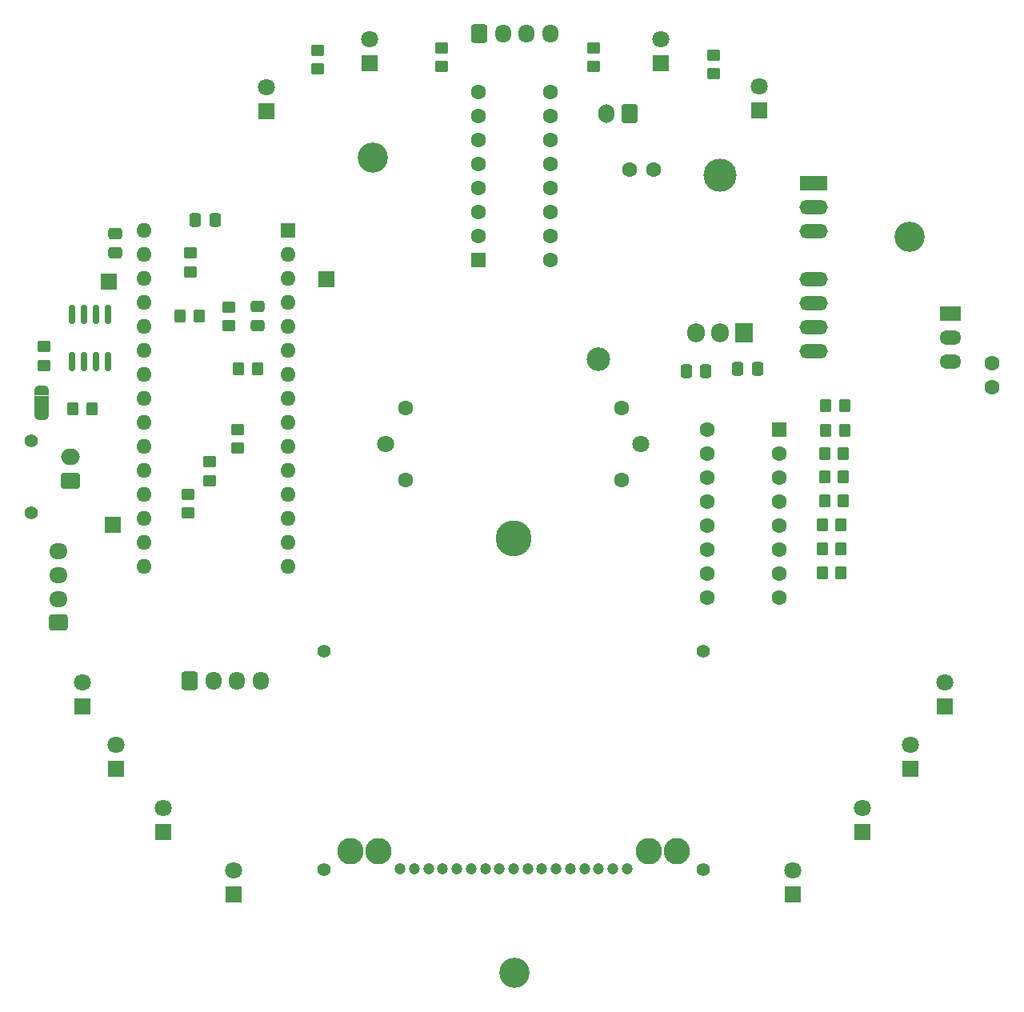
<source format=gbr>
%TF.GenerationSoftware,KiCad,Pcbnew,9.0.2*%
%TF.CreationDate,2025-06-27T21:47:48+01:00*%
%TF.ProjectId,Full_Circuit,46756c6c-5f43-4697-9263-7569742e6b69,rev?*%
%TF.SameCoordinates,Original*%
%TF.FileFunction,Soldermask,Top*%
%TF.FilePolarity,Negative*%
%FSLAX46Y46*%
G04 Gerber Fmt 4.6, Leading zero omitted, Abs format (unit mm)*
G04 Created by KiCad (PCBNEW 9.0.2) date 2025-06-27 21:47:48*
%MOMM*%
%LPD*%
G01*
G04 APERTURE LIST*
G04 Aperture macros list*
%AMRoundRect*
0 Rectangle with rounded corners*
0 $1 Rounding radius*
0 $2 $3 $4 $5 $6 $7 $8 $9 X,Y pos of 4 corners*
0 Add a 4 corners polygon primitive as box body*
4,1,4,$2,$3,$4,$5,$6,$7,$8,$9,$2,$3,0*
0 Add four circle primitives for the rounded corners*
1,1,$1+$1,$2,$3*
1,1,$1+$1,$4,$5*
1,1,$1+$1,$6,$7*
1,1,$1+$1,$8,$9*
0 Add four rect primitives between the rounded corners*
20,1,$1+$1,$2,$3,$4,$5,0*
20,1,$1+$1,$4,$5,$6,$7,0*
20,1,$1+$1,$6,$7,$8,$9,0*
20,1,$1+$1,$8,$9,$2,$3,0*%
%AMFreePoly0*
4,1,23,0.550000,-0.750000,0.000000,-0.750000,0.000000,-0.745722,-0.065263,-0.745722,-0.191342,-0.711940,-0.304381,-0.646677,-0.396677,-0.554381,-0.461940,-0.441342,-0.495722,-0.315263,-0.495722,-0.250000,-0.500000,-0.250000,-0.500000,0.250000,-0.495722,0.250000,-0.495722,0.315263,-0.461940,0.441342,-0.396677,0.554381,-0.304381,0.646677,-0.191342,0.711940,-0.065263,0.745722,0.000000,0.745722,
0.000000,0.750000,0.550000,0.750000,0.550000,-0.750000,0.550000,-0.750000,$1*%
%AMFreePoly1*
4,1,23,0.000000,0.745722,0.065263,0.745722,0.191342,0.711940,0.304381,0.646677,0.396677,0.554381,0.461940,0.441342,0.495722,0.315263,0.495722,0.250000,0.500000,0.250000,0.500000,-0.250000,0.495722,-0.250000,0.495722,-0.315263,0.461940,-0.441342,0.396677,-0.554381,0.304381,-0.646677,0.191342,-0.711940,0.065263,-0.745722,0.000000,-0.745722,0.000000,-0.750000,-0.550000,-0.750000,
-0.550000,0.750000,0.000000,0.750000,0.000000,0.745722,0.000000,0.745722,$1*%
G04 Aperture macros list end*
%ADD10R,1.800000X1.800000*%
%ADD11C,1.800000*%
%ADD12RoundRect,0.150000X-0.150000X0.825000X-0.150000X-0.825000X0.150000X-0.825000X0.150000X0.825000X0*%
%ADD13RoundRect,0.250000X0.350000X0.450000X-0.350000X0.450000X-0.350000X-0.450000X0.350000X-0.450000X0*%
%ADD14RoundRect,0.250000X0.750000X-0.600000X0.750000X0.600000X-0.750000X0.600000X-0.750000X-0.600000X0*%
%ADD15O,2.000000X1.700000*%
%ADD16RoundRect,0.250000X-0.337500X-0.475000X0.337500X-0.475000X0.337500X0.475000X-0.337500X0.475000X0*%
%ADD17RoundRect,0.250000X-0.350000X-0.450000X0.350000X-0.450000X0.350000X0.450000X-0.350000X0.450000X0*%
%ADD18RoundRect,0.250000X0.450000X-0.350000X0.450000X0.350000X-0.450000X0.350000X-0.450000X-0.350000X0*%
%ADD19C,2.500000*%
%ADD20C,3.800000*%
%ADD21C,1.600000*%
%ADD22C,1.400000*%
%ADD23RoundRect,0.250000X-0.475000X0.337500X-0.475000X-0.337500X0.475000X-0.337500X0.475000X0.337500X0*%
%ADD24FreePoly0,270.000000*%
%ADD25R,1.500000X1.000000*%
%ADD26FreePoly1,270.000000*%
%ADD27C,3.200000*%
%ADD28RoundRect,0.250000X0.337500X0.475000X-0.337500X0.475000X-0.337500X-0.475000X0.337500X-0.475000X0*%
%ADD29RoundRect,0.250000X-0.450000X0.350000X-0.450000X-0.350000X0.450000X-0.350000X0.450000X0.350000X0*%
%ADD30RoundRect,0.250000X0.725000X-0.600000X0.725000X0.600000X-0.725000X0.600000X-0.725000X-0.600000X0*%
%ADD31O,1.950000X1.700000*%
%ADD32C,1.200000*%
%ADD33C,2.800000*%
%ADD34RoundRect,0.250000X0.550000X0.550000X-0.550000X0.550000X-0.550000X-0.550000X0.550000X-0.550000X0*%
%ADD35R,3.000000X1.500000*%
%ADD36O,3.000000X1.500000*%
%ADD37R,1.700000X1.700000*%
%ADD38RoundRect,0.250000X0.600000X0.750000X-0.600000X0.750000X-0.600000X-0.750000X0.600000X-0.750000X0*%
%ADD39O,1.700000X2.000000*%
%ADD40R,2.300000X1.500000*%
%ADD41O,2.300000X1.500000*%
%ADD42RoundRect,0.250000X-0.550000X-0.550000X0.550000X-0.550000X0.550000X0.550000X-0.550000X0.550000X0*%
%ADD43R,1.600000X1.600000*%
%ADD44O,1.600000X1.600000*%
%ADD45RoundRect,0.250000X-0.600000X-0.725000X0.600000X-0.725000X0.600000X0.725000X-0.600000X0.725000X0*%
%ADD46O,1.700000X1.950000*%
%ADD47C,3.500000*%
%ADD48R,1.905000X2.000000*%
%ADD49O,1.905000X2.000000*%
G04 APERTURE END LIST*
%TO.C,JP1*%
G36*
X111367000Y-79163000D02*
G01*
X109867000Y-79163000D01*
X109867000Y-80663000D01*
X111367000Y-80663000D01*
X111367000Y-79163000D01*
G37*
%TD*%
D10*
%TO.C,D11*%
X123435250Y-125277150D03*
D11*
X123435250Y-122737150D03*
%TD*%
D12*
%TO.C,U7*%
X117602000Y-70550000D03*
X116332000Y-70550000D03*
X115062000Y-70550000D03*
X113792000Y-70550000D03*
X113792000Y-75500000D03*
X115062000Y-75500000D03*
X116332000Y-75500000D03*
X117602000Y-75500000D03*
%TD*%
D13*
%TO.C,R19*%
X195199000Y-97917000D03*
X193199000Y-97917000D03*
%TD*%
D14*
%TO.C,SW1*%
X113665000Y-88098000D03*
D15*
X113665000Y-85598000D03*
%TD*%
D16*
%TO.C,C1*%
X126851500Y-60579000D03*
X128926500Y-60579000D03*
%TD*%
D13*
%TO.C,R25*%
X115935000Y-80518000D03*
X113935000Y-80518000D03*
%TD*%
D17*
%TO.C,R6*%
X125238000Y-70739000D03*
X127238000Y-70739000D03*
%TD*%
D13*
%TO.C,R18*%
X195199000Y-95377000D03*
X193199000Y-95377000D03*
%TD*%
D18*
%TO.C,R7*%
X126111000Y-91551000D03*
X126111000Y-89551000D03*
%TD*%
D11*
%TO.C,M2*%
X174019250Y-84251150D03*
D19*
X169519250Y-75251150D03*
D20*
X160519250Y-94251150D03*
D11*
X147019250Y-84251150D03*
D21*
X149089250Y-88061150D03*
X149089250Y-80441150D03*
X171949250Y-80441150D03*
X171949250Y-88061150D03*
%TD*%
D22*
%TO.C,R20*%
X109474000Y-91567000D03*
X109474000Y-83947000D03*
%TD*%
D18*
%TO.C,R8*%
X128397000Y-88122000D03*
X128397000Y-86122000D03*
%TD*%
D13*
%TO.C,R15*%
X195453000Y-87757000D03*
X193453000Y-87757000D03*
%TD*%
D23*
%TO.C,C5*%
X133485750Y-69680000D03*
X133485750Y-71755000D03*
%TD*%
D10*
%TO.C,D9*%
X190084850Y-131881150D03*
D11*
X190084850Y-129341150D03*
%TD*%
D10*
%TO.C,D7*%
X202556250Y-118647750D03*
D11*
X202556250Y-116107750D03*
%TD*%
D24*
%TO.C,JP1*%
X110617000Y-78613000D03*
D25*
X110617000Y-79913000D03*
D26*
X110617000Y-81213000D03*
%TD*%
D18*
%TO.C,R1*%
X181753000Y-45069000D03*
X181753000Y-43069000D03*
%TD*%
D27*
%TO.C,H3*%
X145669000Y-53975000D03*
%TD*%
D10*
%TO.C,D5*%
X206163050Y-111992950D03*
D11*
X206163050Y-109452950D03*
%TD*%
D23*
%TO.C,C19*%
X118364000Y-61954500D03*
X118364000Y-64029500D03*
%TD*%
D27*
%TO.C,H2*%
X202438000Y-62357000D03*
%TD*%
%TO.C,H1*%
X160671000Y-140208000D03*
%TD*%
D13*
%TO.C,R10*%
X133461000Y-76327000D03*
X131461000Y-76327000D03*
%TD*%
D10*
%TO.C,D2*%
X176165000Y-43947000D03*
D11*
X176165000Y-41407000D03*
%TD*%
D28*
%TO.C,C7*%
X186330500Y-76327000D03*
X184255500Y-76327000D03*
%TD*%
D18*
%TO.C,R4*%
X139843000Y-44561000D03*
X139843000Y-42561000D03*
%TD*%
D10*
%TO.C,D3*%
X145304000Y-43947000D03*
D11*
X145304000Y-41407000D03*
%TD*%
D21*
%TO.C,C18*%
X175367000Y-55245000D03*
X172867000Y-55245000D03*
%TD*%
D13*
%TO.C,R13*%
X195580000Y-82804000D03*
X193580000Y-82804000D03*
%TD*%
D29*
%TO.C,R3*%
X152924000Y-42307000D03*
X152924000Y-44307000D03*
%TD*%
D13*
%TO.C,R14*%
X195469000Y-85267150D03*
X193469000Y-85267150D03*
%TD*%
D10*
%TO.C,D10*%
X130928250Y-131906550D03*
D11*
X130928250Y-129366550D03*
%TD*%
D13*
%TO.C,R17*%
X195199000Y-92837000D03*
X193199000Y-92837000D03*
%TD*%
D29*
%TO.C,R2*%
X169053000Y-42307000D03*
X169053000Y-44307000D03*
%TD*%
D18*
%TO.C,R11*%
X130437750Y-71739000D03*
X130437750Y-69739000D03*
%TD*%
D29*
%TO.C,R26*%
X110871000Y-73930000D03*
X110871000Y-75930000D03*
%TD*%
%TO.C,R5*%
X126365000Y-64024000D03*
X126365000Y-66024000D03*
%TD*%
D10*
%TO.C,D13*%
X114926250Y-111992950D03*
D11*
X114926250Y-109452950D03*
%TD*%
D30*
%TO.C,J6*%
X112395000Y-103131000D03*
D31*
X112395000Y-100631000D03*
X112395000Y-98131000D03*
X112395000Y-95631000D03*
%TD*%
D13*
%TO.C,R12*%
X195580000Y-80161750D03*
X193580000Y-80161750D03*
%TD*%
D32*
%TO.C,DS1*%
X148544650Y-129166150D03*
X150044650Y-129166150D03*
X151544650Y-129166150D03*
X153044650Y-129166150D03*
X154544650Y-129166150D03*
X156044650Y-129166150D03*
X157544650Y-129166150D03*
X159044650Y-129166150D03*
X160544650Y-129166150D03*
X162044650Y-129166150D03*
X163544650Y-129166150D03*
X165044650Y-129166150D03*
X166544650Y-129166150D03*
X168044650Y-129166150D03*
X169544650Y-129166150D03*
X171044650Y-129166150D03*
X172544650Y-129166150D03*
D33*
X143244650Y-127366150D03*
X146244650Y-127366150D03*
X174844650Y-127366150D03*
X177844650Y-127366150D03*
D22*
X140444650Y-129316150D03*
X140444650Y-106216150D03*
X180644650Y-106216150D03*
X180644650Y-129316150D03*
%TD*%
D16*
%TO.C,C6*%
X178794500Y-76581000D03*
X180869500Y-76581000D03*
%TD*%
D10*
%TO.C,D12*%
X118482250Y-118647750D03*
D11*
X118482250Y-116107750D03*
%TD*%
D13*
%TO.C,R16*%
X195453000Y-90297000D03*
X193453000Y-90297000D03*
%TD*%
D21*
%TO.C,C17*%
X211201000Y-78192000D03*
X211201000Y-75692000D03*
%TD*%
D10*
%TO.C,D1*%
X186579000Y-48900000D03*
D11*
X186579000Y-46360000D03*
%TD*%
D10*
%TO.C,D8*%
X197450850Y-125277150D03*
D11*
X197450850Y-122737150D03*
%TD*%
D29*
%TO.C,R9*%
X131318000Y-82693000D03*
X131318000Y-84693000D03*
%TD*%
D10*
%TO.C,D4*%
X134382000Y-49027000D03*
D11*
X134382000Y-46487000D03*
%TD*%
D34*
%TO.C,U6*%
X188687850Y-82701750D03*
D21*
X188687850Y-85241750D03*
X188687850Y-87781750D03*
X188687850Y-90321750D03*
X188687850Y-92861750D03*
X188687850Y-95401750D03*
X188687850Y-97941750D03*
X188687850Y-100481750D03*
X181067850Y-100481750D03*
X181067850Y-97941750D03*
X181067850Y-95401750D03*
X181067850Y-92861750D03*
X181067850Y-90321750D03*
X181067850Y-87781750D03*
X181067850Y-85241750D03*
X181067850Y-82701750D03*
%TD*%
D35*
%TO.C,U3*%
X192291000Y-56647500D03*
D36*
X192291000Y-59187500D03*
X192291000Y-61727500D03*
X192291000Y-66807500D03*
X192291000Y-69347500D03*
X192291000Y-71887500D03*
X192291000Y-74427500D03*
%TD*%
D37*
%TO.C,TP1*%
X140716000Y-66802000D03*
%TD*%
D38*
%TO.C,J2*%
X172863000Y-49276000D03*
D39*
X170363000Y-49276000D03*
%TD*%
D37*
%TO.C,TP2*%
X118110000Y-92837000D03*
%TD*%
D40*
%TO.C,U1*%
X206804500Y-70450500D03*
D41*
X206804500Y-72990500D03*
X206804500Y-75530500D03*
%TD*%
D42*
%TO.C,U2*%
X156836250Y-64794750D03*
D21*
X156836250Y-62254750D03*
X156836250Y-59714750D03*
X156836250Y-57174750D03*
X156836250Y-54634750D03*
X156836250Y-52094750D03*
X156836250Y-49554750D03*
X156836250Y-47014750D03*
X164456250Y-47014750D03*
X164456250Y-49554750D03*
X164456250Y-52094750D03*
X164456250Y-54634750D03*
X164456250Y-57174750D03*
X164456250Y-59714750D03*
X164456250Y-62254750D03*
X164456250Y-64794750D03*
%TD*%
D43*
%TO.C,A1*%
X136642000Y-61645150D03*
D44*
X136642000Y-64185150D03*
X136642000Y-66725150D03*
X136642000Y-69265150D03*
X136642000Y-71805150D03*
X136642000Y-74345150D03*
X136642000Y-76885150D03*
X136642000Y-79425150D03*
X136642000Y-81965150D03*
X136642000Y-84505150D03*
X136642000Y-87045150D03*
X136642000Y-89585150D03*
X136642000Y-92125150D03*
X136642000Y-94665150D03*
X136642000Y-97205150D03*
X121402000Y-97205150D03*
X121402000Y-94665150D03*
X121402000Y-92125150D03*
X121402000Y-89585150D03*
X121402000Y-87045150D03*
X121402000Y-84505150D03*
X121402000Y-81965150D03*
X121402000Y-79425150D03*
X121402000Y-76885150D03*
X121402000Y-74345150D03*
X121402000Y-71805150D03*
X121402000Y-69265150D03*
X121402000Y-66725150D03*
X121402000Y-64185150D03*
X121402000Y-61645150D03*
%TD*%
D37*
%TO.C,TP3*%
X117729000Y-67056000D03*
%TD*%
D45*
%TO.C,J4*%
X126278000Y-109347000D03*
D46*
X128778000Y-109347000D03*
X131278000Y-109347000D03*
X133778000Y-109347000D03*
%TD*%
D47*
%TO.C,U4*%
X182388000Y-55816000D03*
D48*
X184928000Y-72476000D03*
D49*
X182388000Y-72476000D03*
X179848000Y-72476000D03*
%TD*%
D45*
%TO.C,J3*%
X156921000Y-40784000D03*
D46*
X159421000Y-40784000D03*
X161921000Y-40784000D03*
X164421000Y-40784000D03*
%TD*%
M02*

</source>
